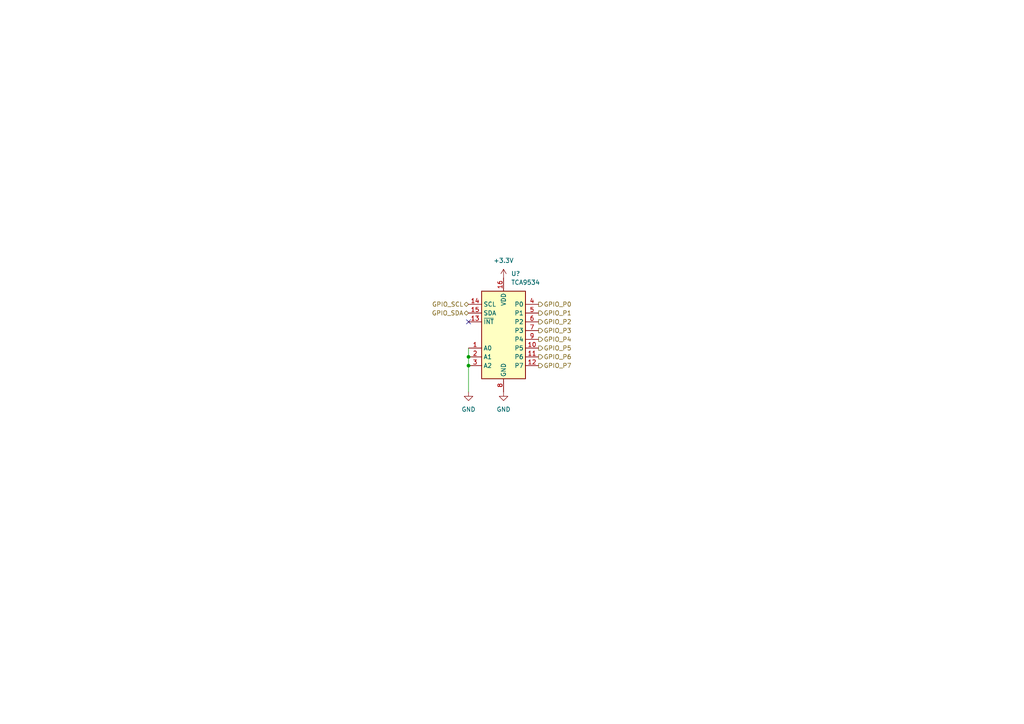
<source format=kicad_sch>
(kicad_sch (version 20230121) (generator eeschema)
  (paper "A4")
  (lib_symbols
    (symbol "Interface_Expansion:TCA9534"
      (property "Reference" "U" (at -6.35 12.7 0))
      (property "Value" "TCA9534" (at 2.54 12.7 0))
      (symbol "TCA9534_0_1"
        (rectangle (start -6.35 -13.97) (end 6.35 11.43) (stroke (width 0.254)) (fill (type background)))
      )
      (symbol "TCA9534_1_1"
        (pin input line (at -10.16 -5.08 0) (length 3.81) (name "A0") (number "1"))
        (pin bidirectional line (at 10.16 -5.08 180) (length 3.81) (name "P5") (number "10"))
        (pin bidirectional line (at 10.16 -7.62 180) (length 3.81) (name "P6") (number "11"))
        (pin bidirectional line (at 10.16 -10.16 180) (length 3.81) (name "P7") (number "12"))
        (pin open_collector line (at -10.16 2.54 0) (length 3.81) (name "~{INT}") (number "13"))
        (pin input line (at -10.16 7.62 0) (length 3.81) (name "SCL") (number "14"))
        (pin bidirectional line (at -10.16 5.08 0) (length 3.81) (name "SDA") (number "15"))
        (pin power_in line (at 0 15.24 270) (length 3.81) (name "VDD") (number "16"))
        (pin input line (at -10.16 -7.62 0) (length 3.81) (name "A1") (number "2"))
        (pin input line (at -10.16 -10.16 0) (length 3.81) (name "A2") (number "3"))
        (pin bidirectional line (at 10.16 7.62 180) (length 3.81) (name "P0") (number "4"))
        (pin bidirectional line (at 10.16 5.08 180) (length 3.81) (name "P1") (number "5"))
        (pin bidirectional line (at 10.16 2.54 180) (length 3.81) (name "P2") (number "6"))
        (pin bidirectional line (at 10.16 0 180) (length 3.81) (name "P3") (number "7"))
        (pin power_in line (at 0 -17.78 90) (length 3.81) (name "GND") (number "8"))
        (pin bidirectional line (at 10.16 -2.54 180) (length 3.81) (name "P4") (number "9"))
      )
    )
    (symbol "power:+3.3V" (power) (pin_names (offset 0))
      (property "Value" "+3.3V" (at 0 3.556 0))
      (symbol "+3.3V_0_1"
        (polyline (pts (xy -0.762 1.27) (xy 0 2.54)))
        (polyline (pts (xy 0 0) (xy 0 2.54)))
        (polyline (pts (xy 0 2.54) (xy 0.762 1.27)))
      )
      (symbol "+3.3V_1_1"
        (pin power_in line (at 0 0 90) (length 0) hide (name "+3.3V") (number "1"))
      )
    )
    (symbol "power:GND" (power) (pin_names (offset 0))
      (property "Value" "GND" (at 0 -3.81 0))
      (symbol "GND_0_1"
        (polyline (pts (xy 0 0) (xy 0 -1.27) (xy 1.27 -1.27) (xy 0 -2.54) (xy -1.27 -1.27) (xy 0 -1.27)))
      )
      (symbol "GND_1_1"
        (pin power_in line (at 0 0 270) (length 0) hide (name "GND") (number "1"))
      )
    )
  )
  (junction (at 135.89 103.505))
  (junction (at 135.89 106.045))
  (no_connect (at 135.89 93.345))
  (wire (pts (xy 135.89 103.505) (xy 135.89 106.045)))
  (wire (pts (xy 135.89 106.045) (xy 135.89 113.665)))
  (wire (pts (xy 135.89 100.965) (xy 135.89 103.505)))
  (hierarchical_label "GPIO_P2" (shape output) (at 156.21 93.345 0))
  (hierarchical_label "GPIO_P0" (shape output) (at 156.21 88.265 0))
  (hierarchical_label "GPIO_P7" (shape output) (at 156.21 106.045 0))
  (hierarchical_label "GPIO_P5" (shape output) (at 156.21 100.965 0))
  (hierarchical_label "GPIO_P1" (shape output) (at 156.21 90.805 0))
  (hierarchical_label "GPIO_P3" (shape output) (at 156.21 95.885 0))
  (hierarchical_label "GPIO_P6" (shape output) (at 156.21 103.505 0))
  (hierarchical_label "GPIO_P4" (shape output) (at 156.21 98.425 0))
  (hierarchical_label "GPIO_SCL" (shape bidirectional) (at 135.89 88.265 180))
  (hierarchical_label "GPIO_SDA" (shape bidirectional) (at 135.89 90.805 180))
  (symbol (lib_id "power:+3.3V") (at 146.05 80.645 0) (unit 1)
    (property "Reference" "#PWR077" (effects hide))
    (property "Value" "+3.3V" (at 146.05 75.565 0))
  )
  (symbol (lib_id "power:GND") (at 146.05 113.665 0) (unit 1)
    (property "Reference" "#PWR076" (effects hide))
    (property "Value" "GND" (at 146.05 118.745 0))
  )
  (symbol (lib_id "power:GND") (at 135.89 113.665 0) (unit 1)
    (property "Reference" "#PWR075" (effects hide))
    (property "Value" "GND" (at 135.89 118.745 0))
  )
  (symbol (lib_id "Interface_Expansion:TCA9534") (at 146.05 95.885 0) (unit 1)
    (property "Reference" "U?" (at 148.2441 79.375 0) (effects (justify left)))
    (property "Value" "TCA9534" (at 148.2441 81.915 0) (effects (justify left)))
    (property "Datasheet" "http://www.ti.com/lit/ds/symlink/tca9534.pdf" (effects hide))
  )
)
</source>
